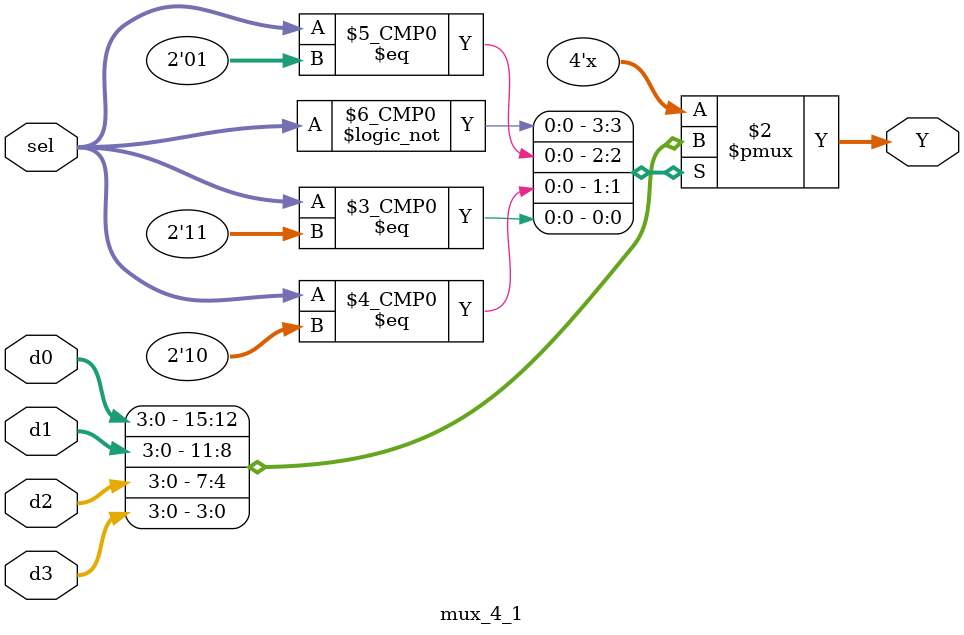
<source format=v>
`timescale 1ns / 1ps


module mux_4_1(
input wire [1:0] sel,
input wire [3:0] d0,d1,d2,d3,
output reg [3:0] Y
    );
    always @(*)
        begin
            case(sel)
                2'b00: Y = d0;
                2'b01: Y = d1;
                2'b10: Y = d2;
                2'b11: Y = d3;
            endcase
        end
endmodule
</source>
